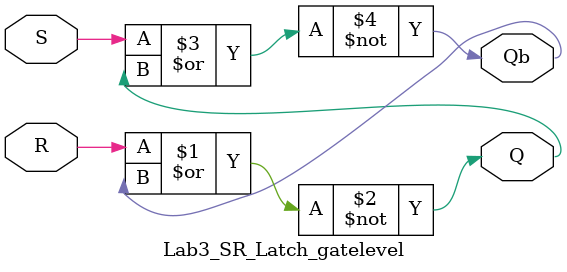
<source format=v>
module	Lab3_SR_Latch_gatelevel (input S, R, output Q, Qb);
	
	nor	#(10) (Q, R, Qb);
	nor	#(10) (Qb, S, Q);
	
	
endmodule
</source>
